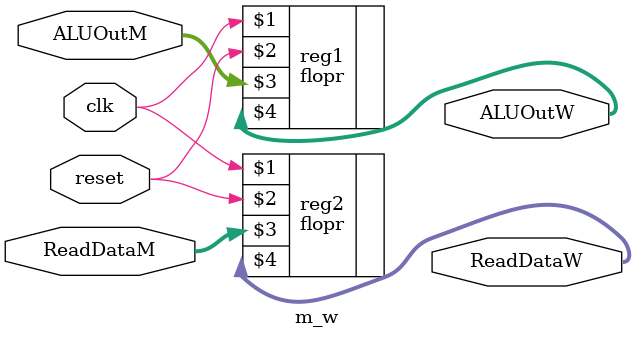
<source format=sv>
module m_w (
    input logic clk, reset,
    input logic [31:0] ALUOutM, ReadDataM,
    output logic [31:0] ALUOutW, ReadDataW
);
 
 flopr #(32) reg1(clk, reset, ALUOutM, ALUOutW);
 flopr #(32) reg2(clk, reset, ReadDataM, ReadDataW);
 
endmodule
</source>
